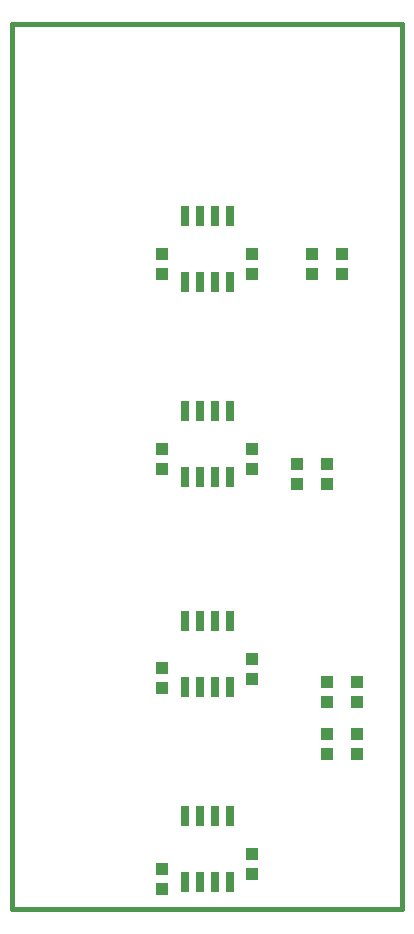
<source format=gtp>
G75*
G70*
%OFA0B0*%
%FSLAX24Y24*%
%IPPOS*%
%LPD*%
%AMOC8*
5,1,8,0,0,1.08239X$1,22.5*
%
%ADD10C,0.0160*%
%ADD11R,0.0256X0.0689*%
%ADD12R,0.0394X0.0433*%
%ADD13R,0.0433X0.0394*%
D10*
X000242Y000181D02*
X013242Y000181D01*
X013242Y029681D01*
X000242Y029681D01*
X000242Y000181D01*
D11*
X005990Y001079D03*
X006490Y001079D03*
X006990Y001079D03*
X007490Y001079D03*
X007490Y003284D03*
X006990Y003284D03*
X006490Y003284D03*
X005990Y003284D03*
X005990Y007579D03*
X006490Y007579D03*
X006990Y007579D03*
X007490Y007579D03*
X007490Y009784D03*
X006990Y009784D03*
X006490Y009784D03*
X005990Y009784D03*
X005990Y014579D03*
X006490Y014579D03*
X006990Y014579D03*
X007490Y014579D03*
X007490Y016784D03*
X006990Y016784D03*
X006490Y016784D03*
X005990Y016784D03*
X005990Y021079D03*
X006490Y021079D03*
X006990Y021079D03*
X007490Y021079D03*
X007490Y023284D03*
X006990Y023284D03*
X006490Y023284D03*
X005990Y023284D03*
D12*
X005242Y022016D03*
X005242Y021347D03*
X005242Y015516D03*
X005242Y014847D03*
X008242Y014847D03*
X008242Y015516D03*
X008242Y021347D03*
X008242Y022016D03*
X008242Y008516D03*
X008242Y007847D03*
X008242Y002016D03*
X008242Y001347D03*
X005242Y001516D03*
X005242Y000847D03*
X005242Y007547D03*
X005242Y008216D03*
D13*
X009742Y014347D03*
X009742Y015016D03*
X010742Y015016D03*
X010742Y014347D03*
X010742Y007766D03*
X010742Y007097D03*
X010742Y006016D03*
X010742Y005347D03*
X011742Y005347D03*
X011742Y006016D03*
X011742Y007097D03*
X011742Y007766D03*
X011242Y021347D03*
X011242Y022016D03*
X010242Y022016D03*
X010242Y021347D03*
M02*

</source>
